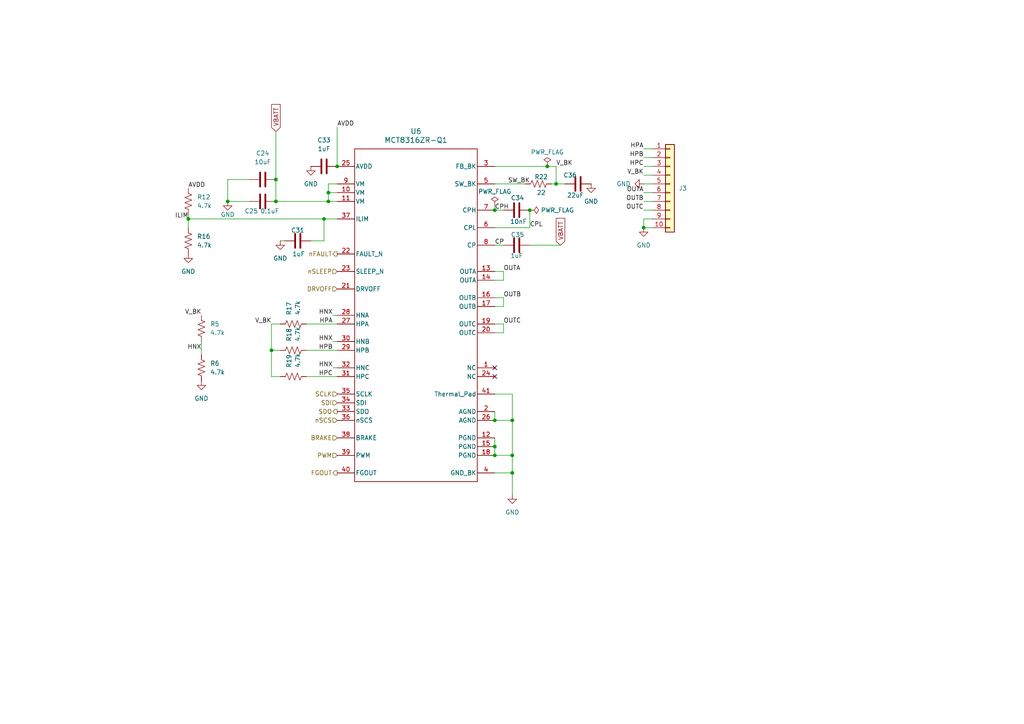
<source format=kicad_sch>
(kicad_sch (version 20250114) (generator "eeschema") (generator_version "9.0")
  (paper "A4")
  (title_block (title "Reaction Wheel Motor Board") (date "2025-04-07") (rev "1.1") (company "Stanford Student Space Initiative") (comment 1 "Carson Lauer"))
  (lib_symbols
    (symbol "Connector_Generic:Conn_01x10" (pin_names (offset 1.016) (hide yes))
      (property "Reference" "J" (at 0 12.7 0))
      (property "Value" "Conn_01x10" (at 0 -15.24 0))
      (symbol "Conn_01x10_1_1"
        (rectangle (start -1.27 11.43) (end 1.27 -13.97) (stroke (width 0.254)) (fill (type background)))
        (rectangle (start -1.27 10.287) (end 0 10.033) (stroke (width 0.1524)))
        (rectangle (start -1.27 7.747) (end 0 7.493) (stroke (width 0.1524)))
        (rectangle (start -1.27 5.207) (end 0 4.953) (stroke (width 0.1524)))
        (rectangle (start -1.27 2.667) (end 0 2.413) (stroke (width 0.1524)))
        (rectangle (start -1.27 0.127) (end 0 -0.127) (stroke (width 0.1524)))
        (rectangle (start -1.27 -2.413) (end 0 -2.667) (stroke (width 0.1524)))
        (rectangle (start -1.27 -4.953) (end 0 -5.207) (stroke (width 0.1524)))
        (rectangle (start -1.27 -7.493) (end 0 -7.747) (stroke (width 0.1524)))
        (rectangle (start -1.27 -10.033) (end 0 -10.287) (stroke (width 0.1524)))
        (rectangle (start -1.27 -12.573) (end 0 -12.827) (stroke (width 0.1524)))
        (pin passive line (at -5.08 10.16 0) (length 3.81) (name "Pin_1") (number "1"))
        (pin passive line (at -5.08 7.62 0) (length 3.81) (name "Pin_2") (number "2"))
        (pin passive line (at -5.08 5.08 0) (length 3.81) (name "Pin_3") (number "3"))
        (pin passive line (at -5.08 2.54 0) (length 3.81) (name "Pin_4") (number "4"))
        (pin passive line (at -5.08 0 0) (length 3.81) (name "Pin_5") (number "5"))
        (pin passive line (at -5.08 -2.54 0) (length 3.81) (name "Pin_6") (number "6"))
        (pin passive line (at -5.08 -5.08 0) (length 3.81) (name "Pin_7") (number "7"))
        (pin passive line (at -5.08 -7.62 0) (length 3.81) (name "Pin_8") (number "8"))
        (pin passive line (at -5.08 -10.16 0) (length 3.81) (name "Pin_9") (number "9"))
        (pin passive line (at -5.08 -12.7 0) (length 3.81) (name "Pin_10") (number "10"))
      )
    )
    (symbol "Device:C" (pin_numbers (hide yes)) (pin_names (offset 0.254))
      (property "Reference" "C" (at 0.635 2.54 0))
      (property "Value" "C" (at 0.635 -2.54 0))
      (symbol "C_0_1"
        (polyline (pts (xy -2.032 0.762) (xy 2.032 0.762)) (stroke (width 0.508)))
        (polyline (pts (xy -2.032 -0.762) (xy 2.032 -0.762)) (stroke (width 0.508)))
      )
      (symbol "C_1_1"
        (pin passive line (at 0 3.81 270) (length 2.794) (name "~") (number "1"))
        (pin passive line (at 0 -3.81 90) (length 2.794) (name "~") (number "2"))
      )
    )
    (symbol "Device:R_US" (pin_numbers (hide yes)) (pin_names (offset 0))
      (property "Reference" "R" (at 2.54 0 90))
      (property "Value" "R_US" (at -2.54 0 90))
      (symbol "R_US_0_1"
        (polyline (pts (xy 0 2.286) (xy 0 2.54)))
        (polyline (pts (xy 0 2.286) (xy 1.016 1.905) (xy 0 1.524) (xy -1.016 1.143) (xy 0 0.762)))
        (polyline (pts (xy 0 0.762) (xy 1.016 0.381) (xy 0 0) (xy -1.016 -0.381) (xy 0 -0.762)))
        (polyline (pts (xy 0 -0.762) (xy 1.016 -1.143) (xy 0 -1.524) (xy -1.016 -1.905) (xy 0 -2.286)))
        (polyline (pts (xy 0 -2.286) (xy 0 -2.54)))
      )
      (symbol "R_US_1_1"
        (pin passive line (at 0 3.81 270) (length 1.27) (name "~") (number "1"))
        (pin passive line (at 0 -3.81 90) (length 1.27) (name "~") (number "2"))
      )
    )
    (symbol "power:GND" (power) (pin_numbers (hide yes)) (pin_names (offset 0) (hide yes))
      (property "Value" "GND" (at 0 -3.81 0))
      (symbol "GND_0_1"
        (polyline (pts (xy 0 0) (xy 0 -1.27) (xy 1.27 -1.27) (xy 0 -2.54) (xy -1.27 -1.27) (xy 0 -1.27)))
      )
      (symbol "GND_1_1"
        (pin power_in line (at 0 0 270) (length 0) (name "~") (number "1"))
      )
    )
    (symbol "power:PWR_FLAG" (power) (pin_numbers (hide yes)) (pin_names (offset 0) (hide yes))
      (property "Value" "PWR_FLAG" (at 0 3.81 0))
      (symbol "PWR_FLAG_0_0"
        (pin power_out line (at 0 0 90) (length 0) (name "~") (number "1"))
      )
      (symbol "PWR_FLAG_0_1"
        (polyline (pts (xy 0 0) (xy 0 1.27) (xy -1.016 1.905) (xy 0 2.54) (xy 1.016 1.905) (xy 0 1.27)))
      )
    )
    (symbol "ssi_IC:MCT8316ZR-Q1" (pin_names (offset 0.254))
      (property "Reference" "U" (at 22.86 10.16 0))
      (property "Value" "MCT8316ZR-Q1" (at 22.86 7.62 0))
      (symbol "MCT8316ZR-Q1_0_1"
        (polyline (pts (xy 5.08 5.08) (xy 5.08 -91.44)) (stroke (width 0.2032)))
        (polyline (pts (xy 5.08 -91.44) (xy 40.64 -91.44)) (stroke (width 0.2032)))
        (polyline (pts (xy 40.64 5.08) (xy 5.08 5.08)) (stroke (width 0.2032)))
        (polyline (pts (xy 40.64 -91.44) (xy 40.64 5.08)) (stroke (width 0.2032)))
        (pin power_in line (at 0 -5.08 0) (length 5.08) (name "VM") (number "9"))
        (pin power_in line (at 0 -7.62 0) (length 5.08) (name "VM") (number "10"))
        (pin power_in line (at 0 -10.16 0) (length 5.08) (name "VM") (number "11"))
        (pin input line (at 0 -15.24 0) (length 5.08) (name "ILIM") (number "37"))
        (pin output line (at 0 -25.4 0) (length 5.08) (name "FAULT_N") (number "22"))
        (pin input line (at 0 -30.48 0) (length 5.08) (name "SLEEP_N") (number "23"))
        (pin input line (at 0 -35.56 0) (length 5.08) (name "DRVOFF") (number "21"))
        (pin input line (at 0 -43.18 0) (length 5.08) (name "HNA") (number "28"))
        (pin input line (at 0 -45.72 0) (length 5.08) (name "HPA") (number "27"))
        (pin input line (at 0 -50.8 0) (length 5.08) (name "HNB") (number "30"))
        (pin input line (at 0 -53.34 0) (length 5.08) (name "HPB") (number "29"))
        (pin input line (at 0 -58.42 0) (length 5.08) (name "HNC") (number "32"))
        (pin input line (at 0 -60.96 0) (length 5.08) (name "HPC") (number "31"))
        (pin output line (at 0 -88.9 0) (length 5.08) (name "FGOUT") (number "40"))
        (pin power_in line (at 45.72 0 180) (length 5.08) (name "FB_BK") (number "3"))
        (pin power_in line (at 45.72 -12.7 180) (length 5.08) (name "CPH") (number "7"))
        (pin power_in line (at 45.72 -17.78 180) (length 5.08) (name "CPL") (number "6"))
        (pin power_in line (at 45.72 -66.04 180) (length 5.08) (name "Thermal_Pad") (number "41"))
        (pin power_in line (at 45.72 -71.12 180) (length 5.08) (name "AGND") (number "2"))
        (pin power_in line (at 45.72 -73.66 180) (length 5.08) (name "AGND") (number "26"))
        (pin power_in line (at 45.72 -78.74 180) (length 5.08) (name "PGND") (number "12"))
        (pin power_in line (at 45.72 -81.28 180) (length 5.08) (name "PGND") (number "15"))
        (pin power_in line (at 45.72 -83.82 180) (length 5.08) (name "PGND") (number "18"))
        (pin power_in line (at 45.72 -88.9 180) (length 5.08) (name "GND_BK") (number "4"))
      )
      (symbol "MCT8316ZR-Q1_1_1"
        (pin power_out line (at 0 0 0) (length 5.08) (name "AVDD") (number "25"))
        (pin input line (at 0 -66.04 0) (length 5.08) (name "SCLK") (number "35"))
        (pin input line (at 0 -68.58 0) (length 5.08) (name "SDI") (number "34"))
        (pin output line (at 0 -71.12 0) (length 5.08) (name "SDO") (number "33"))
        (pin input line (at 0 -73.66 0) (length 5.08) (name "nSCS") (number "36"))
        (pin input line (at 0 -78.74 0) (length 5.08) (name "BRAKE") (number "38"))
        (pin input line (at 0 -83.82 0) (length 5.08) (name "PWM") (number "39"))
        (pin power_out line (at 45.72 -5.08 180) (length 5.08) (name "SW_BK") (number "5"))
        (pin power_out line (at 45.72 -22.86 180) (length 5.08) (name "CP") (number "8"))
        (pin power_out line (at 45.72 -30.48 180) (length 5.08) (name "OUTA") (number "13"))
        (pin power_out line (at 45.72 -33.02 180) (length 5.08) (name "OUTA") (number "14"))
        (pin power_out line (at 45.72 -38.1 180) (length 5.08) (name "OUTB") (number "16"))
        (pin power_out line (at 45.72 -40.64 180) (length 5.08) (name "OUTB") (number "17"))
        (pin power_out line (at 45.72 -45.72 180) (length 5.08) (name "OUTC") (number "19"))
        (pin power_out line (at 45.72 -48.26 180) (length 5.08) (name "OUTC") (number "20"))
        (pin no_connect line (at 45.72 -58.42 180) (length 5.08) (name "NC") (number "1"))
        (pin no_connect line (at 45.72 -60.96 180) (length 5.08) (name "NC") (number "24"))
      )
    )
  )
  (junction (at 161.29 53.34))
  (junction (at 95.25 58.42))
  (junction (at 80.01 52.07))
  (junction (at 66.04 58.42))
  (junction (at 158.75 48.26))
  (junction (at 143.51 132.08))
  (junction (at 54.61 63.5))
  (junction (at 186.69 66.04))
  (junction (at 80.01 58.42))
  (junction (at 78.74 101.6))
  (junction (at 153.67 60.96))
  (junction (at 148.59 132.08))
  (junction (at 95.25 55.88))
  (junction (at 148.59 121.92))
  (junction (at 143.51 60.96))
  (junction (at 143.51 121.92))
  (junction (at 97.79 48.26))
  (junction (at 143.51 129.54))
  (junction (at 93.98 63.5))
  (junction (at 148.59 137.16))
  (no_connect (at 143.51 109.22))
  (no_connect (at 143.51 106.68))
  (wire (pts (xy 148.59 137.16) (xy 148.59 132.08)))
  (wire (pts (xy 143.51 132.08) (xy 148.59 132.08)))
  (wire (pts (xy 186.69 48.26) (xy 189.23 48.26)))
  (wire (pts (xy 143.51 71.12) (xy 146.05 71.12)))
  (wire (pts (xy 88.9 109.22) (xy 97.79 109.22)))
  (wire (pts (xy 161.29 53.34) (xy 160.02 53.34)))
  (wire (pts (xy 143.51 129.54) (xy 143.51 132.08)))
  (wire (pts (xy 148.59 114.3) (xy 148.59 121.92)))
  (wire (pts (xy 163.83 53.34) (xy 161.29 53.34)))
  (wire (pts (xy 143.51 114.3) (xy 148.59 114.3)))
  (wire (pts (xy 97.79 53.34) (xy 95.25 53.34)))
  (wire (pts (xy 78.74 101.6) (xy 78.74 109.22)))
  (wire (pts (xy 186.69 60.96) (xy 189.23 60.96)))
  (wire (pts (xy 66.04 52.07) (xy 66.04 58.42)))
  (wire (pts (xy 143.51 88.9) (xy 146.05 88.9)))
  (wire (pts (xy 95.25 55.88) (xy 97.79 55.88)))
  (wire (pts (xy 58.42 99.06) (xy 58.42 102.87)))
  (wire (pts (xy 153.67 66.04) (xy 143.51 66.04)))
  (wire (pts (xy 143.51 119.38) (xy 143.51 121.92)))
  (wire (pts (xy 97.79 36.83) (xy 97.79 48.26)))
  (wire (pts (xy 186.69 43.18) (xy 189.23 43.18)))
  (wire (pts (xy 186.69 45.72) (xy 189.23 45.72)))
  (wire (pts (xy 143.51 96.52) (xy 146.05 96.52)))
  (wire (pts (xy 80.01 38.1) (xy 80.01 52.07)))
  (wire (pts (xy 96.52 106.68) (xy 97.79 106.68)))
  (wire (pts (xy 153.67 60.96) (xy 153.67 66.04)))
  (wire (pts (xy 54.61 63.5) (xy 54.61 66.04)))
  (wire (pts (xy 143.51 81.28) (xy 146.05 81.28)))
  (wire (pts (xy 148.59 143.51) (xy 148.59 137.16)))
  (wire (pts (xy 186.69 63.5) (xy 186.69 66.04)))
  (wire (pts (xy 82.55 69.85) (xy 81.28 69.85)))
  (wire (pts (xy 54.61 63.5) (xy 93.98 63.5)))
  (wire (pts (xy 146.05 78.74) (xy 146.05 81.28)))
  (wire (pts (xy 90.17 69.85) (xy 93.98 69.85)))
  (wire (pts (xy 95.25 58.42) (xy 95.25 55.88)))
  (wire (pts (xy 95.25 53.34) (xy 95.25 55.88)))
  (wire (pts (xy 143.51 78.74) (xy 146.05 78.74)))
  (wire (pts (xy 143.51 59.69) (xy 143.51 60.96)))
  (wire (pts (xy 186.69 63.5) (xy 189.23 63.5)))
  (wire (pts (xy 161.29 48.26) (xy 161.29 53.34)))
  (wire (pts (xy 143.51 60.96) (xy 146.05 60.96)))
  (wire (pts (xy 96.52 91.44) (xy 97.79 91.44)))
  (wire (pts (xy 78.74 109.22) (xy 81.28 109.22)))
  (wire (pts (xy 93.98 69.85) (xy 93.98 63.5)))
  (wire (pts (xy 143.51 93.98) (xy 146.05 93.98)))
  (wire (pts (xy 80.01 52.07) (xy 80.01 58.42)))
  (wire (pts (xy 186.69 58.42) (xy 189.23 58.42)))
  (wire (pts (xy 153.67 71.12) (xy 162.56 71.12)))
  (wire (pts (xy 186.69 50.8) (xy 189.23 50.8)))
  (wire (pts (xy 158.75 48.26) (xy 143.51 48.26)))
  (wire (pts (xy 93.98 63.5) (xy 97.79 63.5)))
  (wire (pts (xy 186.69 55.88) (xy 189.23 55.88)))
  (wire (pts (xy 96.52 99.06) (xy 97.79 99.06)))
  (wire (pts (xy 54.61 62.23) (xy 54.61 63.5)))
  (wire (pts (xy 146.05 93.98) (xy 146.05 96.52)))
  (wire (pts (xy 146.05 86.36) (xy 146.05 88.9)))
  (wire (pts (xy 66.04 58.42) (xy 72.39 58.42)))
  (wire (pts (xy 152.4 53.34) (xy 143.51 53.34)))
  (wire (pts (xy 95.25 58.42) (xy 80.01 58.42)))
  (wire (pts (xy 186.69 66.04) (xy 189.23 66.04)))
  (wire (pts (xy 161.29 48.26) (xy 158.75 48.26)))
  (wire (pts (xy 143.51 137.16) (xy 148.59 137.16)))
  (wire (pts (xy 97.79 58.42) (xy 95.25 58.42)))
  (wire (pts (xy 148.59 121.92) (xy 148.59 132.08)))
  (wire (pts (xy 143.51 127) (xy 143.51 129.54)))
  (wire (pts (xy 186.69 53.34) (xy 189.23 53.34)))
  (wire (pts (xy 148.59 121.92) (xy 143.51 121.92)))
  (wire (pts (xy 97.79 93.98) (xy 88.9 93.98)))
  (wire (pts (xy 78.74 93.98) (xy 81.28 93.98)))
  (wire (pts (xy 78.74 93.98) (xy 78.74 101.6)))
  (wire (pts (xy 143.51 86.36) (xy 146.05 86.36)))
  (wire (pts (xy 97.79 101.6) (xy 88.9 101.6)))
  (wire (pts (xy 78.74 101.6) (xy 81.28 101.6)))
  (wire (pts (xy 72.39 52.07) (xy 66.04 52.07)))
  (label "V_BK" (at 186.69 50.8 180))
  (label "HPA" (at 186.69 43.18 180))
  (label "V_BK" (at 161.29 48.26 0))
  (label "HPC" (at 186.69 48.26 180))
  (label "HNX" (at 96.52 91.44 180))
  (label "CPH" (at 143.51 60.96 0))
  (label "V_BK" (at 78.74 93.98 180))
  (label "HPA" (at 96.52 93.98 180))
  (label "ILIM" (at 54.61 63.5 180))
  (label "HPC" (at 96.52 109.22 180))
  (label "OUTB" (at 146.05 86.36 0))
  (label "HNX" (at 58.42 101.6 180))
  (label "AVDD" (at 97.79 36.83 0))
  (label "OUTC" (at 146.05 93.98 0))
  (label "HNX" (at 96.52 99.06 180))
  (label "V_BK" (at 58.42 91.44 180))
  (label "CP" (at 143.51 71.12 0))
  (label "HPB" (at 96.52 101.6 180))
  (label "OUTA" (at 146.05 78.74 0))
  (label "HNX" (at 96.52 106.68 180))
  (label "OUTC" (at 186.69 60.96 180))
  (label "CPL" (at 153.67 66.04 0))
  (label "SW_BK" (at 147.32 53.34 0))
  (label "OUTB" (at 186.69 58.42 180))
  (label "OUTA" (at 186.69 55.88 180))
  (label "AVDD" (at 54.61 54.61 0))
  (label "HPB" (at 186.69 45.72 180))
  (global_label "VBATT" (shape input) (at 80.01 38.1 90) (property "Intersheetrefs" "${INTERSHEET_REFS}" (effects (hide yes))))
  (global_label "VBATT" (shape input) (at 162.56 71.12 90) (property "Intersheetrefs" "${INTERSHEET_REFS}" (effects (hide yes))))
  (hierarchical_label "SDI" (shape input) (at 97.79 116.84 180))
  (hierarchical_label "nSLEEP" (shape input) (at 97.79 78.74 180))
  (hierarchical_label "PWM" (shape input) (at 97.79 132.08 180))
  (hierarchical_label "BRAKE" (shape input) (at 97.79 127 180))
  (hierarchical_label "FGOUT" (shape output) (at 97.79 137.16 180))
  (hierarchical_label "SDO" (shape output) (at 97.79 119.38 180))
  (hierarchical_label "nFAULT" (shape output) (at 97.79 73.66 180))
  (hierarchical_label "nSCS" (shape input) (at 97.79 121.92 180))
  (hierarchical_label "DRVOFF" (shape input) (at 97.79 83.82 180))
  (hierarchical_label "SCLK" (shape input) (at 97.79 114.3 180))
  (symbol (lib_id "power:GND") (at 66.04 58.42 0) (unit 1)
    (property "Reference" "#PWR030" (effects (hide yes)))
    (property "Value" "GND" (at 66.04 62.23 0))
    (property "Description" "Power symbol creates a global label with name \"GND\" , ground" (effects (hide yes)))
    (instances (project "motor_board" (path "" (reference "#PWR030") (unit 1)) (path "" (reference "#PWR047") (unit 1)) (path "" (reference "#PWR081") (unit 1)) (path "" (reference "#PWR012") (unit 1))))
  )
  (symbol (lib_id "power:GND") (at 54.61 73.66 0) (unit 1)
    (property "Reference" "#PWR029" (effects (hide yes)))
    (property "Value" "GND" (at 54.61 78.74 0))
    (property "Description" "Power symbol creates a global label with name \"GND\" , ground" (effects (hide yes)))
    (instances (project "motor_board" (path "" (reference "#PWR029") (unit 1)) (path "" (reference "#PWR046") (unit 1)) (path "" (reference "#PWR080") (unit 1)) (path "" (reference "#PWR04") (unit 1))))
  )
  (symbol (lib_id "Device:R_US") (at 156.21 53.34 90) (unit 1)
    (property "Reference" "R22" (at 156.972 51.308 90))
    (property "Value" "22" (at 156.972 55.88 90))
    (property "Footprint" "Resistor_SMD:R_0603_1608Metric" (effects (hide yes)))
    (property "Description" "Resistor, US symbol" (effects (hide yes)))
    (instances (project "motor_board" (path "" (reference "R22") (unit 1)) (path "" (reference "R31") (unit 1)) (path "" (reference "R37") (unit 1)) (path "" (reference "R11") (unit 1))))
  )
  (symbol (lib_id "Device:R_US") (at 85.09 101.6 90) (unit 1)
    (property "Reference" "R18" (at 83.8199 99.06 0) (effects (justify left)))
    (property "Value" "4.7k" (at 86.3599 99.06 0) (effects (justify left)))
    (property "Footprint" "Resistor_SMD:R_0603_1608Metric" (effects (hide yes)))
    (property "Description" "Resistor, US symbol" (effects (hide yes)))
    (instances (project "motor_board" (path "" (reference "R18") (unit 1)) (path "" (reference "R28") (unit 1)) (path "" (reference "R35") (unit 1)) (path "" (reference "R9") (unit 1))))
  )
  (symbol (lib_id "Device:R_US") (at 58.42 106.68 0) (unit 1)
    (property "Reference" "R6" (at 60.96 105.4099 0) (effects (justify left)))
    (property "Value" "4.7k" (at 60.96 107.9499 0) (effects (justify left)))
    (property "Footprint" "Resistor_SMD:R_0603_1608Metric" (effects (hide yes)))
    (property "Description" "Resistor, US symbol" (effects (hide yes)))
    (instances (project "motor_board" (path "" (reference "R6") (unit 1)) (path "" (reference "R60") (unit 1)) (path "" (reference "R65") (unit 1)) (path "" (reference "R58") (unit 1))))
  )
  (symbol (lib_id "Device:C") (at 76.2 58.42 90) (unit 1)
    (property "Reference" "C25" (at 72.898 61.214 90))
    (property "Value" "0.1uF" (at 78.232 61.214 90))
    (property "Footprint" "Capacitor_SMD:C_0603_1608Metric" (effects (hide yes)))
    (property "Description" "Unpolarized capacitor" (effects (hide yes)))
    (instances (project "motor_board" (path "" (reference "C25") (unit 1)) (path "" (reference "C38") (unit 1)) (path "" (reference "C58") (unit 1)) (path "" (reference "C4") (unit 1))))
  )
  (symbol (lib_id "Device:C") (at 86.36 69.85 270) (unit 1)
    (property "Reference" "C31" (at 86.36 66.802 90))
    (property "Value" "1uF" (at 86.614 73.66 90))
    (property "Footprint" "Capacitor_SMD:C_0603_1608Metric" (effects (hide yes)))
    (property "Description" "Unpolarized capacitor" (effects (hide yes)))
    (instances (project "motor_board" (path "" (reference "C31") (unit 1)) (path "" (reference "C39") (unit 1)) (path "" (reference "C59") (unit 1)) (path "" (reference "C6") (unit 1))))
  )
  (symbol (lib_id "power:PWR_FLAG") (at 153.67 60.96 270) (unit 1)
    (property "Reference" "#FLG07" (effects (hide yes)))
    (property "Value" "PWR_FLAG" (at 156.845 60.96 90) (effects (justify left)))
    (property "Description" "Special symbol for telling ERC where power comes from" (effects (hide yes)))
    (instances (project "motor_board" (path "" (reference "#FLG07") (unit 1)) (path "" (reference "#FLG09") (unit 1)) (path "" (reference "#FLG010") (unit 1)) (path "" (reference "#FLG08") (unit 1))))
  )
  (symbol (lib_id "power:PWR_FLAG") (at 143.51 59.69 0) (unit 1)
    (property "Reference" "#FLG011" (effects (hide yes)))
    (property "Value" "PWR_FLAG" (at 143.51 55.5569 0))
    (property "Description" "Special symbol for telling ERC where power comes from" (effects (hide yes)))
    (instances (project "motor_board" (path "" (reference "#FLG011") (unit 1)) (path "" (reference "#FLG013") (unit 1)) (path "" (reference "#FLG014") (unit 1)) (path "" (reference "#FLG012") (unit 1))))
  )
  (symbol (lib_id "power:GND") (at 186.69 53.34 270) (unit 1)
    (property "Reference" "#PWR021" (effects (hide yes)))
    (property "Value" "GND" (at 182.88 53.3399 90) (effects (justify right)))
    (property "Description" "Power symbol creates a global label with name \"GND\" , ground" (effects (hide yes)))
    (instances (project "motor_board" (path "" (reference "#PWR021") (unit 1)) (path "" (reference "#PWR025") (unit 1)) (path "" (reference "#PWR027") (unit 1)) (path "" (reference "#PWR023") (unit 1))))
  )
  (symbol (lib_id "Device:C") (at 167.64 53.34 90) (unit 1)
    (property "Reference" "C36" (at 165.354 50.8 90))
    (property "Value" "22uF" (at 166.878 56.642 90))
    (property "Footprint" "Capacitor_SMD:C_0603_1608Metric" (effects (hide yes)))
    (property "Description" "Unpolarized capacitor" (effects (hide yes)))
    (instances (project "motor_board" (path "" (reference "C36") (unit 1)) (path "" (reference "C56") (unit 1)) (path "" (reference "C63") (unit 1)) (path "" (reference "C23") (unit 1))))
  )
  (symbol (lib_id "ssi_IC:MCT8316ZR-Q1") (at 97.79 48.26 0) (unit 1)
    (property "Reference" "U6" (at 120.65 38.1 0) (effects (font (size 1.524 1.524))))
    (property "Value" "MCT8316ZR-Q1" (at 120.65 40.64 0) (effects (font (size 1.524 1.524))))
    (property "Footprint" "ssi_IC:MCT8316Z-Q1" (effects (hide yes)))
    (property "Datasheet" "https://www.ti.com/lit/ds/symlink/mct8316z-q1.pdf" (effects (hide yes)))
    (property "Description" "Integrated FET BLDC motor driver" (effects (hide yes)))
    (instances (project "motor_board" (path "" (reference "U6") (unit 1)) (path "" (reference "U8") (unit 1)) (path "" (reference "U9") (unit 1)) (path "" (reference "U1") (unit 1))))
  )
  (symbol (lib_id "power:GND") (at 186.69 66.04 0) (unit 1)
    (property "Reference" "#PWR02" (effects (hide yes)))
    (property "Value" "GND" (at 186.69 71.12 0))
    (property "Description" "Power symbol creates a global label with name \"GND\" , ground" (effects (hide yes)))
    (instances (project "" (path "" (reference "#PWR02") (unit 1)) (path "" (reference "#PWR013") (unit 1)) (path "" (reference "#PWR014") (unit 1)) (path "" (reference "#PWR07") (unit 1))))
  )
  (symbol (lib_id "Device:R_US") (at 85.09 109.22 90) (unit 1)
    (property "Reference" "R19" (at 83.8199 106.68 0) (effects (justify left)))
    (property "Value" "4.7k" (at 86.3599 106.68 0) (effects (justify left)))
    (property "Footprint" "Resistor_SMD:R_0603_1608Metric" (effects (hide yes)))
    (property "Description" "Resistor, US symbol" (effects (hide yes)))
    (instances (project "motor_board" (path "" (reference "R19") (unit 1)) (path "" (reference "R30") (unit 1)) (path "" (reference "R36") (unit 1)) (path "" (reference "R10") (unit 1))))
  )
  (symbol (lib_id "Device:R_US") (at 54.61 58.42 0) (unit 1)
    (property "Reference" "R12" (at 57.15 57.1499 0) (effects (justify left)))
    (property "Value" "4.7k" (at 57.15 59.6899 0) (effects (justify left)))
    (property "Footprint" "Resistor_SMD:R_0603_1608Metric" (effects (hide yes)))
    (property "Description" "Resistor, US symbol" (effects (hide yes)))
    (instances (project "motor_board" (path "" (reference "R12") (unit 1)) (path "" (reference "R24") (unit 1)) (path "" (reference "R32") (unit 1)) (path "" (reference "R1") (unit 1))))
  )
  (symbol (lib_id "Connector_Generic:Conn_01x10") (at 194.31 53.34 0) (unit 1)
    (property "Reference" "J3" (at 196.85 54.6099 0) (effects (justify left)))
    (property "Value" "Conn_01x08" (effects (hide yes)))
    (property "Footprint" "ssi_connector:Molex_505567-0881" (effects (hide yes)))
    (property "Description" "Generic connector, single row, 01x10, script generated (kicad-library-utils/schlib/autogen/connector/)" (effects (hide yes)))
    (instances (project "motor_board" (path "" (reference "J3") (unit 1)) (path "" (reference "J4") (unit 1)) (path "" (reference "J6") (unit 1)) (path "" (reference "J1") (unit 1))))
  )
  (symbol (lib_id "Device:R_US") (at 85.09 93.98 90) (unit 1)
    (property "Reference" "R17" (at 83.8199 91.44 0) (effects (justify left)))
    (property "Value" "4.7k" (at 86.3599 91.44 0) (effects (justify left)))
    (property "Footprint" "Resistor_SMD:R_0603_1608Metric" (effects (hide yes)))
    (property "Description" "Resistor, US symbol" (effects (hide yes)))
    (instances (project "motor_board" (path "" (reference "R17") (unit 1)) (path "" (reference "R27") (unit 1)) (path "" (reference "R34") (unit 1)) (path "" (reference "R7") (unit 1))))
  )
  (symbol (lib_id "power:GND") (at 148.59 143.51 0) (unit 1)
    (property "Reference" "#PWR036" (effects (hide yes)))
    (property "Value" "GND" (at 148.59 148.59 0))
    (property "Description" "Power symbol creates a global label with name \"GND\" , ground" (effects (hide yes)))
    (instances (project "motor_board" (path "" (reference "#PWR036") (unit 1)) (path "" (reference "#PWR053") (unit 1)) (path "" (reference "#PWR087") (unit 1)) (path "" (reference "#PWR022") (unit 1))))
  )
  (symbol (lib_id "power:GND") (at 171.45 53.34 0) (unit 1)
    (property "Reference" "#PWR042" (effects (hide yes)))
    (property "Value" "GND" (at 171.45 58.42 0))
    (property "Description" "Power symbol creates a global label with name \"GND\" , ground" (effects (hide yes)))
    (instances (project "motor_board" (path "" (reference "#PWR042") (unit 1)) (path "" (reference "#PWR055") (unit 1)) (path "" (reference "#PWR089") (unit 1)) (path "" (reference "#PWR024") (unit 1))))
  )
  (symbol (lib_id "power:GND") (at 90.17 48.26 0) (unit 1)
    (property "Reference" "#PWR034" (effects (hide yes)))
    (property "Value" "GND" (at 90.17 53.34 0))
    (property "Description" "Power symbol creates a global label with name \"GND\" , ground" (effects (hide yes)))
    (instances (project "motor_board" (path "" (reference "#PWR034") (unit 1)) (path "" (reference "#PWR051") (unit 1)) (path "" (reference "#PWR085") (unit 1)) (path "" (reference "#PWR020") (unit 1))))
  )
  (symbol (lib_id "Device:R_US") (at 54.61 69.85 0) (unit 1)
    (property "Reference" "R16" (at 57.15 68.5799 0) (effects (justify left)))
    (property "Value" "4.7k" (at 57.15 71.1199 0) (effects (justify left)))
    (property "Footprint" "Resistor_SMD:R_0603_1608Metric" (effects (hide yes)))
    (property "Description" "Resistor, US symbol" (effects (hide yes)))
    (instances (project "motor_board" (path "" (reference "R16") (unit 1)) (path "" (reference "R25") (unit 1)) (path "" (reference "R33") (unit 1)) (path "" (reference "R2") (unit 1))))
  )
  (symbol (lib_id "power:GND") (at 58.42 110.49 0) (unit 1)
    (property "Reference" "#PWR08" (effects (hide yes)))
    (property "Value" "GND" (at 58.42 115.57 0))
    (property "Description" "Power symbol creates a global label with name \"GND\" , ground" (effects (hide yes)))
    (instances (project "motor_board" (path "" (reference "#PWR08") (unit 1)) (path "" (reference "#PWR031") (unit 1)) (path "" (reference "#PWR032") (unit 1)) (path "" (reference "#PWR028") (unit 1))))
  )
  (symbol (lib_id "Device:R_US") (at 58.42 95.25 0) (unit 1)
    (property "Reference" "R5" (at 60.96 93.9799 0) (effects (justify left)))
    (property "Value" "4.7k" (at 60.96 96.5199 0) (effects (justify left)))
    (property "Footprint" "Resistor_SMD:R_0603_1608Metric" (effects (hide yes)))
    (property "Description" "Resistor, US symbol" (effects (hide yes)))
    (instances (project "motor_board" (path "" (reference "R5") (unit 1)) (path "" (reference "R59") (unit 1)) (path "" (reference "R61") (unit 1)) (path "" (reference "R57") (unit 1))))
  )
  (symbol (lib_id "Device:C") (at 76.2 52.07 90) (unit 1)
    (property "Reference" "C24" (at 76.2 44.45 90))
    (property "Value" "10uF" (at 76.2 46.99 90))
    (property "Footprint" "Capacitor_SMD:C_0603_1608Metric" (effects (hide yes)))
    (property "Description" "Unpolarized capacitor" (effects (hide yes)))
    (instances (project "motor_board" (path "" (reference "C24") (unit 1)) (path "" (reference "C37") (unit 1)) (path "" (reference "C57") (unit 1)) (path "" (reference "C3") (unit 1))))
  )
  (symbol (lib_id "Device:C") (at 149.86 60.96 90) (unit 1)
    (property "Reference" "C34" (at 150.114 57.404 90))
    (property "Value" "10nF" (at 150.368 64.262 90))
    (property "Footprint" "Capacitor_SMD:C_0603_1608Metric" (effects (hide yes)))
    (property "Description" "Unpolarized capacitor" (effects (hide yes)))
    (instances (project "motor_board" (path "" (reference "C34") (unit 1)) (path "" (reference "C44") (unit 1)) (path "" (reference "C61") (unit 1)) (path "" (reference "C9") (unit 1))))
  )
  (symbol (lib_id "power:PWR_FLAG") (at 158.75 48.26 0) (unit 1)
    (property "Reference" "#FLG03" (effects (hide yes)))
    (property "Value" "PWR_FLAG" (at 158.75 44.1269 0))
    (property "Description" "Special symbol for telling ERC where power comes from" (effects (hide yes)))
    (instances (project "" (path "" (reference "#FLG03") (unit 1)) (path "" (reference "#FLG05") (unit 1)) (path "" (reference "#FLG06") (unit 1)) (path "" (reference "#FLG04") (unit 1))))
  )
  (symbol (lib_id "power:GND") (at 81.28 69.85 0) (unit 1)
    (property "Reference" "#PWR033" (effects (hide yes)))
    (property "Value" "GND" (at 81.28 74.93 0))
    (property "Description" "Power symbol creates a global label with name \"GND\" , ground" (effects (hide yes)))
    (instances (project "motor_board" (path "" (reference "#PWR033") (unit 1)) (path "" (reference "#PWR050") (unit 1)) (path "" (reference "#PWR084") (unit 1)) (path "" (reference "#PWR015") (unit 1))))
  )
  (symbol (lib_id "Device:C") (at 149.86 71.12 90) (unit 1)
    (property "Reference" "C35" (at 150.114 68.072 90))
    (property "Value" "1uF" (at 149.86 74.168 90))
    (property "Footprint" "Capacitor_SMD:C_0603_1608Metric" (effects (hide yes)))
    (property "Description" "Unpolarized capacitor" (effects (hide yes)))
    (instances (project "motor_board" (path "" (reference "C35") (unit 1)) (path "" (reference "C55") (unit 1)) (path "" (reference "C62") (unit 1)) (path "" (reference "C22") (unit 1))))
  )
  (symbol (lib_id "Device:C") (at 93.98 48.26 270) (unit 1)
    (property "Reference" "C33" (at 93.98 40.64 90))
    (property "Value" "1uF" (at 93.98 43.18 90))
    (property "Footprint" "Capacitor_SMD:C_0603_1608Metric" (effects (hide yes)))
    (property "Description" "Unpolarized capacitor" (effects (hide yes)))
    (instances (project "motor_board" (path "" (reference "C33") (unit 1)) (path "" (reference "C43") (unit 1)) (path "" (reference "C60") (unit 1)) (path "" (reference "C8") (unit 1))))
  )
)
</source>
